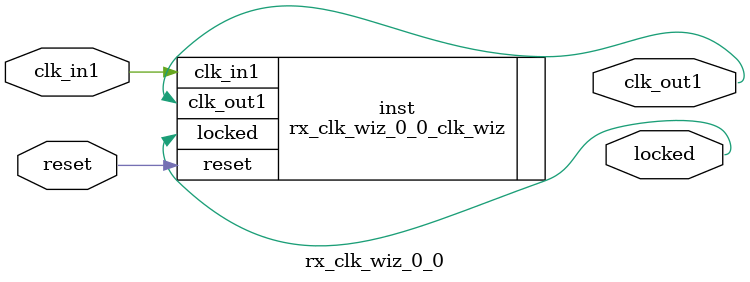
<source format=v>


`timescale 1ps/1ps

(* CORE_GENERATION_INFO = "rx_clk_wiz_0_0,clk_wiz_v6_0_2_0_0,{component_name=rx_clk_wiz_0_0,use_phase_alignment=true,use_min_o_jitter=false,use_max_i_jitter=false,use_dyn_phase_shift=false,use_inclk_switchover=false,use_dyn_reconfig=false,enable_axi=0,feedback_source=FDBK_AUTO,PRIMITIVE=MMCM,num_out_clk=1,clkin1_period=10.000,clkin2_period=10.000,use_power_down=false,use_reset=true,use_locked=true,use_inclk_stopped=false,feedback_type=SINGLE,CLOCK_MGR_TYPE=NA,manual_override=false}" *)

module rx_clk_wiz_0_0 
 (
  // Clock out ports
  output        clk_out1,
  // Status and control signals
  input         reset,
  output        locked,
 // Clock in ports
  input         clk_in1
 );

  rx_clk_wiz_0_0_clk_wiz inst
  (
  // Clock out ports  
  .clk_out1(clk_out1),
  // Status and control signals               
  .reset(reset), 
  .locked(locked),
 // Clock in ports
  .clk_in1(clk_in1)
  );

endmodule

</source>
